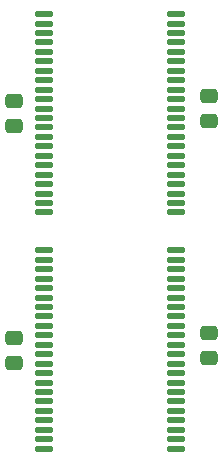
<source format=gtp>
G04 #@! TF.GenerationSoftware,KiCad,Pcbnew,8.0.0*
G04 #@! TF.CreationDate,2024-03-01T08:40:03-05:00*
G04 #@! TF.ProjectId,Rosco-MiniHat,526f7363-6f2d-44d6-996e-694861742e6b,rev?*
G04 #@! TF.SameCoordinates,Original*
G04 #@! TF.FileFunction,Paste,Top*
G04 #@! TF.FilePolarity,Positive*
%FSLAX46Y46*%
G04 Gerber Fmt 4.6, Leading zero omitted, Abs format (unit mm)*
G04 Created by KiCad (PCBNEW 8.0.0) date 2024-03-01 08:40:03*
%MOMM*%
%LPD*%
G01*
G04 APERTURE LIST*
G04 Aperture macros list*
%AMRoundRect*
0 Rectangle with rounded corners*
0 $1 Rounding radius*
0 $2 $3 $4 $5 $6 $7 $8 $9 X,Y pos of 4 corners*
0 Add a 4 corners polygon primitive as box body*
4,1,4,$2,$3,$4,$5,$6,$7,$8,$9,$2,$3,0*
0 Add four circle primitives for the rounded corners*
1,1,$1+$1,$2,$3*
1,1,$1+$1,$4,$5*
1,1,$1+$1,$6,$7*
1,1,$1+$1,$8,$9*
0 Add four rect primitives between the rounded corners*
20,1,$1+$1,$2,$3,$4,$5,0*
20,1,$1+$1,$4,$5,$6,$7,0*
20,1,$1+$1,$6,$7,$8,$9,0*
20,1,$1+$1,$8,$9,$2,$3,0*%
G04 Aperture macros list end*
%ADD10RoundRect,0.250000X0.475000X-0.337500X0.475000X0.337500X-0.475000X0.337500X-0.475000X-0.337500X0*%
%ADD11RoundRect,0.137500X-0.625000X-0.137500X0.625000X-0.137500X0.625000X0.137500X-0.625000X0.137500X0*%
%ADD12RoundRect,0.250000X-0.475000X0.337500X-0.475000X-0.337500X0.475000X-0.337500X0.475000X0.337500X0*%
G04 APERTURE END LIST*
D10*
X83000000Y-62133000D03*
X83000000Y-60058000D03*
X83000000Y-82183500D03*
X83000000Y-80108500D03*
D11*
X69082500Y-53100000D03*
X69082500Y-53900000D03*
X69082500Y-54700000D03*
X69082500Y-55500000D03*
X69082500Y-56300000D03*
X69082500Y-57100000D03*
X69082500Y-57900000D03*
X69082500Y-58700000D03*
X69082500Y-59500000D03*
X69082500Y-60300000D03*
X69082500Y-61100000D03*
X69082500Y-61900000D03*
X69082500Y-62700000D03*
X69082500Y-63500000D03*
X69082500Y-64300000D03*
X69082500Y-65100000D03*
X69082500Y-65900000D03*
X69082500Y-66700000D03*
X69082500Y-67500000D03*
X69082500Y-68300000D03*
X69082500Y-69100000D03*
X69082500Y-69900000D03*
X80257500Y-69900000D03*
X80257500Y-69100000D03*
X80257500Y-68300000D03*
X80257500Y-67500000D03*
X80257500Y-66700000D03*
X80257500Y-65900000D03*
X80257500Y-65100000D03*
X80257500Y-64300000D03*
X80257500Y-63500000D03*
X80257500Y-62700000D03*
X80257500Y-61900000D03*
X80257500Y-61100000D03*
X80257500Y-60300000D03*
X80257500Y-59500000D03*
X80257500Y-58700000D03*
X80257500Y-57900000D03*
X80257500Y-57100000D03*
X80257500Y-56300000D03*
X80257500Y-55500000D03*
X80257500Y-54700000D03*
X80257500Y-53900000D03*
X80257500Y-53100000D03*
D12*
X66500000Y-80552000D03*
X66500000Y-82627000D03*
X66500000Y-60462500D03*
X66500000Y-62537500D03*
D11*
X69082500Y-73100000D03*
X69082500Y-73900000D03*
X69082500Y-74700000D03*
X69082500Y-75500000D03*
X69082500Y-76300000D03*
X69082500Y-77100000D03*
X69082500Y-77900000D03*
X69082500Y-78700000D03*
X69082500Y-79500000D03*
X69082500Y-80300000D03*
X69082500Y-81100000D03*
X69082500Y-81900000D03*
X69082500Y-82700000D03*
X69082500Y-83500000D03*
X69082500Y-84300000D03*
X69082500Y-85100000D03*
X69082500Y-85900000D03*
X69082500Y-86700000D03*
X69082500Y-87500000D03*
X69082500Y-88300000D03*
X69082500Y-89100000D03*
X69082500Y-89900000D03*
X80257500Y-89900000D03*
X80257500Y-89100000D03*
X80257500Y-88300000D03*
X80257500Y-87500000D03*
X80257500Y-86700000D03*
X80257500Y-85900000D03*
X80257500Y-85100000D03*
X80257500Y-84300000D03*
X80257500Y-83500000D03*
X80257500Y-82700000D03*
X80257500Y-81900000D03*
X80257500Y-81100000D03*
X80257500Y-80300000D03*
X80257500Y-79500000D03*
X80257500Y-78700000D03*
X80257500Y-77900000D03*
X80257500Y-77100000D03*
X80257500Y-76300000D03*
X80257500Y-75500000D03*
X80257500Y-74700000D03*
X80257500Y-73900000D03*
X80257500Y-73100000D03*
M02*

</source>
